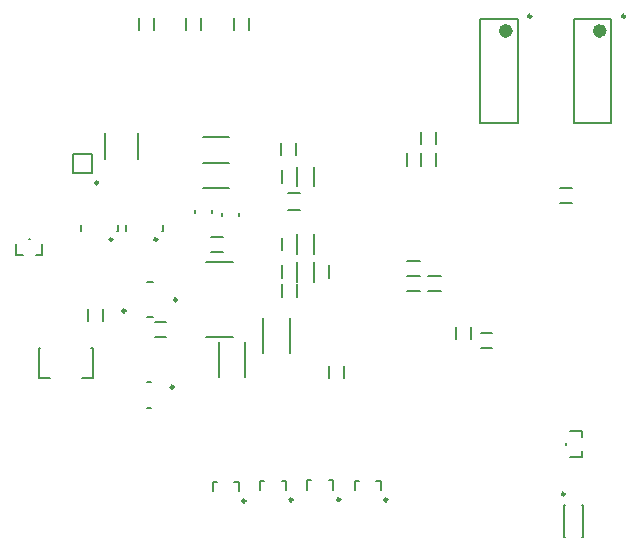
<source format=gbo>
G04*
G04 #@! TF.GenerationSoftware,Altium Limited,Altium Designer,24.2.2 (26)*
G04*
G04 Layer_Color=32896*
%FSLAX44Y44*%
%MOMM*%
G71*
G04*
G04 #@! TF.SameCoordinates,E4E63788-C9BD-4034-8D98-A8616A57BAF2*
G04*
G04*
G04 #@! TF.FilePolarity,Positive*
G04*
G01*
G75*
%ADD10C,0.2500*%
%ADD13C,0.6000*%
%ADD15C,0.2000*%
D10*
X685000Y507850D02*
G03*
X685000Y507850I-1250J0D01*
G01*
X605500D02*
G03*
X605500Y507850I-1250J0D01*
G01*
X302750Y194000D02*
G03*
X302750Y194000I-1250J0D01*
G01*
X633939Y103361D02*
G03*
X633939Y103361I-1250J0D01*
G01*
X443750Y98695D02*
G03*
X443750Y98695I-1250J0D01*
G01*
X483750Y98500D02*
G03*
X483750Y98500I-1250J0D01*
G01*
X403500Y98500D02*
G03*
X403500Y98500I-1250J0D01*
G01*
X363500Y97500D02*
G03*
X363500Y97500I-1250J0D01*
G01*
X305500Y267750D02*
G03*
X305500Y267750I-1250J0D01*
G01*
X262000Y258500D02*
G03*
X262000Y258500I-1250J0D01*
G01*
X250940Y318991D02*
G03*
X250940Y318991I-1250J0D01*
G01*
X238850Y366900D02*
G03*
X238850Y366900I-1250J0D01*
G01*
X288940Y318991D02*
G03*
X288940Y318991I-1250J0D01*
G01*
D13*
X666500Y495500D02*
G03*
X666500Y495500I-3000J0D01*
G01*
X587000D02*
G03*
X587000Y495500I-3000J0D01*
G01*
D15*
X641500Y417750D02*
X673500D01*
X641500Y505250D02*
X673500D01*
X641500Y417750D02*
Y505250D01*
X673500Y417750D02*
Y505250D01*
X229900Y249750D02*
Y259750D01*
X242600Y249750D02*
Y259750D01*
X188428Y201413D02*
X198013D01*
X224843D02*
X234428D01*
Y227413D01*
X188428D02*
X189778D01*
X233078D02*
X234428D01*
X188428Y201413D02*
Y227413D01*
X594000Y417750D02*
Y505250D01*
X562000Y417750D02*
Y505250D01*
X594000D01*
X562000Y417750D02*
X594000D01*
X280500Y198500D02*
X284000D01*
X280500Y176500D02*
X284000D01*
X629750Y350131D02*
X639750D01*
X629750Y362831D02*
X639750D01*
X633500Y67250D02*
X634300D01*
X633500D02*
Y94250D01*
X634300D01*
X648700Y67250D02*
X649500D01*
Y94250D01*
X648700D02*
X649500D01*
X438000Y106945D02*
Y114945D01*
X434500D02*
X438000D01*
X416000Y106945D02*
Y114945D01*
X419500D01*
X478000Y106750D02*
Y114750D01*
X474500D02*
X478000D01*
X456000Y106750D02*
Y114750D01*
X459500D01*
X397750Y106750D02*
Y114750D01*
X394250D02*
X397750D01*
X375750Y106750D02*
Y114750D01*
X379250D01*
X357750Y105750D02*
Y113750D01*
X354250D02*
X357750D01*
X335750Y105750D02*
Y113750D01*
X339250D01*
X286750Y236400D02*
X296750D01*
X286750Y249100D02*
X296750D01*
X330000Y236500D02*
X353500D01*
X330000Y299500D02*
X353500D01*
X280505Y253000D02*
X284995D01*
X280505Y283000D02*
X284995D01*
X224440Y325991D02*
Y331441D01*
X255190Y325991D02*
X255440D01*
X224440D02*
X224690D01*
X255440D02*
Y331441D01*
X218000Y375450D02*
X234000D01*
Y391050D01*
X218000Y375450D02*
Y391050D01*
X234000D01*
X244990Y387266D02*
Y409266D01*
X272890Y387266D02*
Y409266D01*
X262440Y325991D02*
Y331441D01*
X293190Y325991D02*
X293440D01*
X262440D02*
X262690D01*
X293440D02*
Y331441D01*
X638750Y134750D02*
X648250D01*
Y151600D02*
Y156750D01*
Y134750D02*
Y139900D01*
X638750Y156750D02*
X648250D01*
X634750Y145100D02*
Y146400D01*
X169750Y305750D02*
Y315250D01*
X186600Y305750D02*
X191750D01*
X169750D02*
X174900D01*
X191750D02*
Y315250D01*
X180100Y319250D02*
X181400D01*
X286350Y496500D02*
Y506500D01*
X273650Y496500D02*
Y506500D01*
X366350Y496500D02*
Y506500D01*
X353650Y496500D02*
Y506500D01*
X326350Y496500D02*
Y506500D01*
X313650Y496500D02*
Y506500D01*
X434150Y202000D02*
Y212000D01*
X446850Y202000D02*
Y212000D01*
X334750Y320965D02*
X344750D01*
X334750Y308265D02*
X344750D01*
X541900Y234500D02*
Y244500D01*
X554600Y234500D02*
Y244500D01*
X562750Y227400D02*
X572750D01*
X562750Y240100D02*
X572750D01*
X328000Y362276D02*
X350000D01*
X328000Y383775D02*
X350000D01*
X328000Y384025D02*
X350000D01*
X328000Y405526D02*
X350000D01*
X343500Y339115D02*
Y341615D01*
X358000Y339115D02*
Y341615D01*
X335000D02*
Y344115D01*
X320500Y341615D02*
Y344115D01*
X512480Y381500D02*
Y392000D01*
X524980Y381500D02*
Y392000D01*
X500092Y380994D02*
Y392494D01*
X512592Y380994D02*
Y392494D01*
X524980Y399500D02*
Y410000D01*
X512480Y399500D02*
Y410000D01*
X393500Y390480D02*
Y400980D01*
X406000Y390480D02*
Y400980D01*
X500000Y300594D02*
X511500D01*
X500000Y288094D02*
X511500D01*
X500500Y288020D02*
X511000D01*
X500500Y275520D02*
X511000D01*
X518500D02*
X529000D01*
X518500Y288020D02*
X529000D01*
X394500Y270500D02*
Y281000D01*
X407000Y270500D02*
Y281000D01*
X394520Y286500D02*
Y297000D01*
X407020Y286500D02*
Y297000D01*
X407158Y283137D02*
Y299862D01*
X421882Y283137D02*
Y299862D01*
X421770Y286500D02*
Y297000D01*
X434270Y286500D02*
Y297000D01*
X421902Y306637D02*
Y323362D01*
X407178Y306637D02*
Y323362D01*
X407152Y309785D02*
Y320285D01*
X394652Y309785D02*
Y320285D01*
X399770Y358000D02*
X409770D01*
X399770Y343500D02*
X409770D01*
X394520Y367000D02*
Y377500D01*
X407020Y367000D02*
Y377500D01*
X407045Y363893D02*
Y380618D01*
X421770Y363893D02*
Y380618D01*
X378719Y222969D02*
Y252031D01*
X401281Y222969D02*
Y252031D01*
X340969Y202711D02*
Y231773D01*
X363531Y202711D02*
Y231773D01*
M02*

</source>
